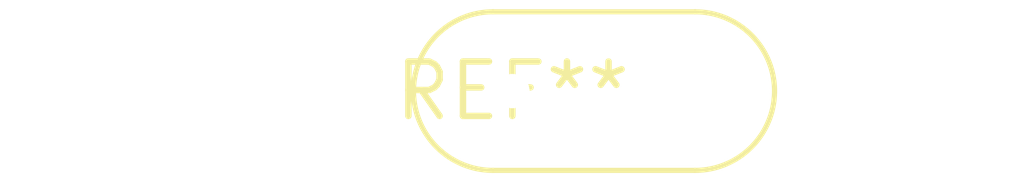
<source format=kicad_pcb>
(kicad_pcb (version 20240108) (generator pcbnew)
  (layers (0 "F.Cu" signal) (31 "B.Cu" signal) (34 "B.Paste" user) (35 "F.Paste" user) (36 "B.SilkS" user "B.Silkscreen") (37 "F.SilkS" user "F.Silkscreen") (38 "B.Mask" user) (39 "F.Mask" user) (44 "Edge.Cuts" user))
  (net 0 "")
  (footprint "Crystal_HC52-U_Vertical" (layer "F.Cu") (at 0 0)
    (property "Reference" "REF**")
    (property "Value" "Crystal_HC52-U_Vertical")
    (fp_line (start -0.45 -1.85) (end 4.25 -1.85) (layer "F.SilkS") (stroke (width 0.12)))
    (fp_line (start -0.45 1.85) (end 4.25 1.85) (layer "F.SilkS") (stroke (width 0.12)))
    (fp_arc (start -0.45 1.85) (mid -2.3 0) (end -0.45 -1.85) (layer "F.SilkS") (stroke (width 0.12)))
    (fp_arc (start 4.25 -1.85) (mid 6.1 0) (end 4.25 1.85) (layer "F.SilkS") (stroke (width 0.12)))
    (pad "1" thru_hole circle (at 0 0) (size 1.5 1.5) (drill 0.8) (layers *.Cu *.Mask) (remove_unused_layers))
    (pad "2" thru_hole circle (at 3.8 0) (size 1.5 1.5) (drill 0.8) (layers *.Cu *.Mask) (remove_unused_layers))
  )
)
</source>
